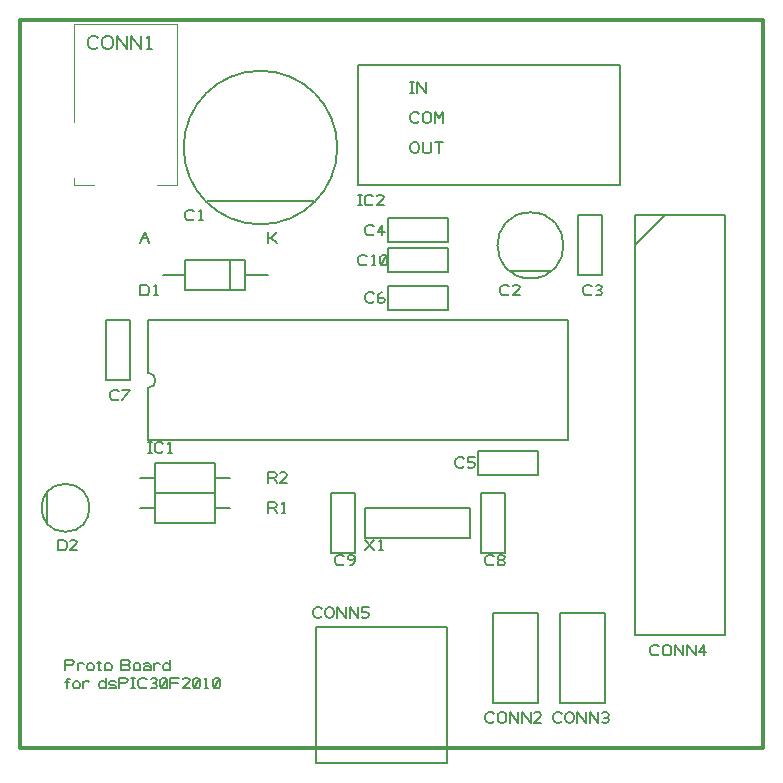
<source format=gbr>
G04 GENERATED BY PULSONIX 3.1 GERBER.DLL 1871*
%INDSPIC*%
%FSLAX23Y23*%
%IPPOS*%
%LPD*%
%OFA0B0*%
%MOIN*%
%ADD10C,0.008*%
%ADD11C,0.005*%
%ADD13C,0.012*%
%ADD191C,0.001*%
%ADD192C,0.006*%
%LNSILKSCREEN TOP*%
X0Y0D02*
D02*
D10*
X96Y905D02*
Y805D01*
X156Y775D02*
G75*
G03Y935J80D01*
G01*
G75*
G03Y775J-80*
G01*
X406Y855D02*
X456D01*
X406Y955D02*
X456D01*
Y905D02*
X656D01*
Y805*
X456*
Y905*
X481Y1630D02*
X556D01*
Y1680D02*
X756D01*
Y1580*
X556*
Y1680*
X629Y1879D02*
X983D01*
X656Y905D02*
X456D01*
Y1005*
X656*
Y905*
X706Y855D02*
X656D01*
X706Y955D02*
X656D01*
X706Y1680D02*
Y1580D01*
X756Y1630D02*
X831D01*
X806Y2312D02*
G75*
G03Y1800J-256D01*
G01*
G75*
G03Y2312J256*
G01*
X1429Y4D02*
X992D01*
Y458*
X1429*
Y4*
X1506Y755D02*
X1156D01*
Y855*
X1506*
Y755*
X1706Y1840D02*
G75*
G03Y1620J-110D01*
G01*
G75*
G03Y1840J110*
G01*
X1771Y1645D02*
X1641D01*
X1831Y1480D02*
X431D01*
Y1305*
G75*
G02Y1255J-25*
G01*
Y1080*
X1831*
Y1480*
X2006Y2330D02*
X1131D01*
Y1930*
X2006*
Y2330*
X2156Y1830D02*
X2056Y1730D01*
D02*
D11*
X131Y713D02*
Y749D01*
X149*
X155Y746*
X157Y743*
X160Y737*
Y725*
X157Y719*
X155Y716*
X149Y713*
X131*
X195D02*
X172D01*
X192Y734*
X195Y740*
X192Y746*
X186Y749*
X177*
X172Y746*
X156Y313D02*
Y349D01*
X177*
X182Y346*
X185Y340*
X182Y334*
X177Y331*
X156*
X197Y313D02*
Y337D01*
Y328D02*
X199Y334D01*
X205Y337*
X211*
X217Y334*
X228Y322D02*
X230Y316D01*
X236Y313*
X242*
X248Y316*
X251Y322*
Y328*
X248Y334*
X242Y337*
X236*
X230Y334*
X228Y328*
Y322*
X262Y337D02*
X273D01*
X267Y343D02*
Y316D01*
X270Y313*
X273*
X276Y316*
X287Y322D02*
X289Y316D01*
X295Y313*
X301*
X307Y316*
X310Y322*
Y328*
X307Y334*
X301Y337*
X295*
X289Y334*
X287Y328*
Y322*
X363Y331D02*
X368Y328D01*
X371Y322*
X368Y316*
X363Y313*
X342*
Y349*
X363*
X368Y346*
X371Y340*
X368Y334*
X363Y331*
X342*
X383Y322D02*
X385Y316D01*
X391Y313*
X397*
X403Y316*
X406Y322*
Y328*
X403Y334*
X397Y337*
X391*
X385Y334*
X383Y328*
Y322*
X417Y334D02*
X422Y337D01*
X431*
X437Y334*
X440Y328*
Y319*
X437Y316*
X431Y313*
X425*
X419Y316*
X417Y319*
Y322*
X419Y325*
X425Y328*
X431*
X437Y325*
X440Y322*
Y319D02*
Y313D01*
X451D02*
Y337D01*
Y328D02*
X453Y334D01*
X459Y337*
X465*
X471Y334*
X505Y328D02*
X502Y334D01*
X496Y337*
X490*
X484Y334*
X482Y328*
Y322*
X484Y316*
X490Y313*
X496*
X502Y316*
X505Y322*
Y313D02*
Y349D01*
X162Y253D02*
Y283D01*
X165Y286*
X168*
X171Y283*
X156Y274D02*
X168D01*
X181Y262D02*
X184Y256D01*
X190Y253*
X196*
X202Y256*
X205Y262*
Y268*
X202Y274*
X196Y277*
X190*
X184Y274*
X181Y268*
Y262*
X215Y253D02*
Y277D01*
Y268D02*
X218Y274D01*
X224Y277*
X230*
X236Y274*
X291Y268D02*
X288Y274D01*
X282Y277*
X276*
X270Y274*
X268Y268*
Y262*
X270Y256*
X276Y253*
X282*
X288Y256*
X291Y262*
Y253D02*
Y289D01*
X302Y256D02*
X307Y253D01*
X319*
X325Y256*
Y262*
X319Y265*
X307*
X302Y268*
Y274*
X307Y277*
X319*
X325Y274*
X336Y253D02*
Y289D01*
X356*
X362Y286*
X365Y280*
X362Y274*
X356Y271*
X336*
X376Y253D02*
X388D01*
X382D02*
Y289D01*
X376D02*
X388D01*
X427Y259D02*
X424Y256D01*
X418Y253*
X409*
X403Y256*
X400Y259*
X398Y265*
Y277*
X400Y283*
X403Y286*
X409Y289*
X418*
X424Y286*
X427Y283*
X441Y256D02*
X447Y253D01*
X453*
X459Y256*
X462Y262*
X459Y268*
X453Y271*
X447*
X453D02*
X459Y274D01*
X462Y280*
X459Y286*
X453Y289*
X447*
X441Y286*
X475Y256D02*
X481Y253D01*
X487*
X493Y256*
X496Y262*
Y280*
X493Y286*
X487Y289*
X481*
X475Y286*
X472Y280*
Y262*
X475Y256*
X493Y286*
X506Y253D02*
Y289D01*
X535*
X530Y271D02*
X506D01*
X570Y253D02*
X547D01*
X567Y274*
X570Y280*
X567Y286*
X561Y289*
X552*
X547Y286*
X583Y256D02*
X589Y253D01*
X595*
X601Y256*
X604Y262*
Y280*
X601Y286*
X595Y289*
X589*
X583Y286*
X581Y280*
Y262*
X583Y256*
X601Y286*
X620Y253D02*
X632D01*
X626D02*
Y289D01*
X620Y283*
X651Y256D02*
X657Y253D01*
X663*
X669Y256*
X672Y262*
Y280*
X669Y286*
X663Y289*
X657*
X651Y286*
X649Y280*
Y262*
X651Y256*
X669Y286*
X335Y1219D02*
X332Y1216D01*
X327Y1213*
X318*
X312Y1216*
X309Y1219*
X306Y1225*
Y1237*
X309Y1243*
X312Y1246*
X318Y1249*
X327*
X332Y1246*
X335Y1243*
X346Y1213D02*
X370Y1249D01*
X346*
X371Y1280D02*
Y1480D01*
X291*
Y1280*
X371*
X406Y1563D02*
Y1599D01*
X424*
X430Y1596*
X432Y1593*
X435Y1587*
Y1575*
X432Y1569*
X430Y1566*
X424Y1563*
X406*
X452D02*
X464D01*
X458D02*
Y1599D01*
X452Y1593*
X406Y1738D02*
X421Y1774D01*
X435Y1738*
X412Y1753D02*
X430D01*
X431Y1038D02*
X443D01*
X437D02*
Y1074D01*
X431D02*
X443D01*
X482Y1044D02*
X479Y1041D01*
X473Y1038*
X464*
X458Y1041*
X455Y1044*
X453Y1050*
Y1062*
X455Y1068*
X458Y1071*
X464Y1074*
X473*
X479Y1071*
X482Y1068*
X499Y1038D02*
X511D01*
X505D02*
Y1074D01*
X499Y1068*
X585Y1819D02*
X582Y1816D01*
X577Y1813*
X568*
X562Y1816*
X559Y1819*
X556Y1825*
Y1837*
X559Y1843*
X562Y1846*
X568Y1849*
X577*
X582Y1846*
X585Y1843*
X602Y1813D02*
X614D01*
X608D02*
Y1849D01*
X602Y1843*
X831Y838D02*
Y874D01*
X852*
X857Y871*
X860Y865*
X857Y859*
X852Y856*
X831*
X852D02*
X860Y838D01*
X877D02*
X889D01*
X883D02*
Y874D01*
X877Y868*
X831Y938D02*
Y974D01*
X852*
X857Y971*
X860Y965*
X857Y959*
X852Y956*
X831*
X852D02*
X860Y938D01*
X895D02*
X872D01*
X892Y959*
X895Y965*
X892Y971*
X886Y974*
X877*
X872Y971*
X831Y1738D02*
Y1774D01*
Y1756D02*
X840D01*
X860Y1774*
X840Y1756D02*
X860Y1738D01*
X1010Y494D02*
X1007Y491D01*
X1002Y488*
X993*
X987Y491*
X984Y494*
X981Y500*
Y512*
X984Y518*
X987Y521*
X993Y524*
X1002*
X1007Y521*
X1010Y518*
X1022Y500D02*
Y512D01*
X1024Y518*
X1027Y521*
X1033Y524*
X1039*
X1045Y521*
X1048Y518*
X1051Y512*
Y500*
X1048Y494*
X1045Y491*
X1039Y488*
X1033*
X1027Y491*
X1024Y494*
X1022Y500*
X1062Y488D02*
Y524D01*
X1091Y488*
Y524*
X1103Y488D02*
Y524D01*
X1132Y488*
Y524*
X1143Y491D02*
X1149Y488D01*
X1158*
X1164Y491*
X1167Y497*
Y500*
X1164Y506*
X1158Y509*
X1143*
Y524*
X1167*
X1041Y905D02*
Y705D01*
X1121*
Y905*
X1041*
X1085Y669D02*
X1082Y666D01*
X1077Y663*
X1068*
X1062Y666*
X1059Y669*
X1056Y675*
Y687*
X1059Y693*
X1062Y696*
X1068Y699*
X1077*
X1082Y696*
X1085Y693*
X1105Y663D02*
X1111Y666D01*
X1117Y672*
X1120Y681*
Y690*
X1117Y696*
X1111Y699*
X1105*
X1099Y696*
X1097Y690*
X1099Y684*
X1105Y681*
X1111*
X1117Y684*
X1120Y690*
X1160Y1669D02*
X1157Y1666D01*
X1152Y1663*
X1143*
X1137Y1666*
X1134Y1669*
X1131Y1675*
Y1687*
X1134Y1693*
X1137Y1696*
X1143Y1699*
X1152*
X1157Y1696*
X1160Y1693*
X1177Y1663D02*
X1189D01*
X1183D02*
Y1699D01*
X1177Y1693*
X1208Y1666D02*
X1214Y1663D01*
X1220*
X1226Y1666*
X1229Y1672*
Y1690*
X1226Y1696*
X1220Y1699*
X1214*
X1208Y1696*
X1206Y1690*
Y1672*
X1208Y1666*
X1226Y1696*
X1131Y1863D02*
X1143D01*
X1137D02*
Y1899D01*
X1131D02*
X1143D01*
X1182Y1869D02*
X1179Y1866D01*
X1173Y1863*
X1164*
X1158Y1866*
X1155Y1869*
X1153Y1875*
Y1887*
X1155Y1893*
X1158Y1896*
X1164Y1899*
X1173*
X1179Y1896*
X1182Y1893*
X1217Y1863D02*
X1193D01*
X1214Y1884*
X1217Y1890*
X1214Y1896*
X1208Y1899*
X1199*
X1193Y1896*
X1156Y713D02*
X1185Y749D01*
X1156D02*
X1185Y713D01*
X1202D02*
X1214D01*
X1208D02*
Y749D01*
X1202Y743*
X1185Y1544D02*
X1182Y1541D01*
X1177Y1538*
X1168*
X1162Y1541*
X1159Y1544*
X1156Y1550*
Y1562*
X1159Y1568*
X1162Y1571*
X1168Y1574*
X1177*
X1182Y1571*
X1185Y1568*
X1197Y1547D02*
X1199Y1553D01*
X1205Y1556*
X1211*
X1217Y1553*
X1220Y1547*
X1217Y1541*
X1211Y1538*
X1205*
X1199Y1541*
X1197Y1547*
Y1556*
X1199Y1565*
X1205Y1571*
X1211Y1574*
X1185Y1769D02*
X1182Y1766D01*
X1177Y1763*
X1168*
X1162Y1766*
X1159Y1769*
X1156Y1775*
Y1787*
X1159Y1793*
X1162Y1796*
X1168Y1799*
X1177*
X1182Y1796*
X1185Y1793*
X1211Y1763D02*
Y1799D01*
X1197Y1775*
X1220*
X1231Y1640D02*
X1431D01*
Y1720*
X1231*
Y1640*
Y1740D02*
X1431D01*
Y1820*
X1231*
Y1740*
X1306Y2050D02*
Y2062D01*
X1309Y2068*
X1312Y2071*
X1318Y2074*
X1324*
X1330Y2071*
X1332Y2068*
X1335Y2062*
Y2050*
X1332Y2044*
X1330Y2041*
X1324Y2038*
X1318*
X1312Y2041*
X1309Y2044*
X1306Y2050*
X1347Y2074D02*
Y2047D01*
X1349Y2041*
X1355Y2038*
X1367*
X1373Y2041*
X1376Y2047*
Y2074*
X1402Y2038D02*
Y2074D01*
X1387D02*
X1416D01*
X1335Y2144D02*
X1332Y2141D01*
X1327Y2138*
X1318*
X1312Y2141*
X1309Y2144*
X1306Y2150*
Y2162*
X1309Y2168*
X1312Y2171*
X1318Y2174*
X1327*
X1332Y2171*
X1335Y2168*
X1347Y2150D02*
Y2162D01*
X1349Y2168*
X1352Y2171*
X1358Y2174*
X1364*
X1370Y2171*
X1373Y2168*
X1376Y2162*
Y2150*
X1373Y2144*
X1370Y2141*
X1364Y2138*
X1358*
X1352Y2141*
X1349Y2144*
X1347Y2150*
X1387Y2138D02*
Y2174D01*
X1402Y2156*
X1416Y2174*
Y2138*
X1306Y2238D02*
X1318D01*
X1312D02*
Y2274D01*
X1306D02*
X1318D01*
X1328Y2238D02*
Y2274D01*
X1357Y2238*
Y2274*
X1431Y1595D02*
X1231D01*
Y1515*
X1431*
Y1595*
X1485Y994D02*
X1482Y991D01*
X1477Y988*
X1468*
X1462Y991*
X1459Y994*
X1456Y1000*
Y1012*
X1459Y1018*
X1462Y1021*
X1468Y1024*
X1477*
X1482Y1021*
X1485Y1018*
X1497Y991D02*
X1502Y988D01*
X1511*
X1517Y991*
X1520Y997*
Y1000*
X1517Y1006*
X1511Y1009*
X1497*
Y1024*
X1520*
X1531Y965D02*
X1731D01*
Y1045*
X1531*
Y965*
X1541Y905D02*
Y705D01*
X1621*
Y905*
X1541*
X1585Y144D02*
X1582Y141D01*
X1577Y138*
X1568*
X1562Y141*
X1559Y144*
X1556Y150*
Y162*
X1559Y168*
X1562Y171*
X1568Y174*
X1577*
X1582Y171*
X1585Y168*
X1597Y150D02*
Y162D01*
X1599Y168*
X1602Y171*
X1608Y174*
X1614*
X1620Y171*
X1623Y168*
X1626Y162*
Y150*
X1623Y144*
X1620Y141*
X1614Y138*
X1608*
X1602Y141*
X1599Y144*
X1597Y150*
X1637Y138D02*
Y174D01*
X1666Y138*
Y174*
X1678Y138D02*
Y174D01*
X1707Y138*
Y174*
X1742Y138D02*
X1718D01*
X1739Y159*
X1742Y165*
X1739Y171*
X1733Y174*
X1724*
X1718Y171*
X1585Y669D02*
X1582Y666D01*
X1577Y663*
X1568*
X1562Y666*
X1559Y669*
X1556Y675*
Y687*
X1559Y693*
X1562Y696*
X1568Y699*
X1577*
X1582Y696*
X1585Y693*
X1605Y681D02*
X1611D01*
X1617Y684*
X1620Y690*
X1617Y696*
X1611Y699*
X1605*
X1599Y696*
X1597Y690*
X1599Y684*
X1605Y681*
X1599Y678*
X1597Y672*
X1599Y666*
X1605Y663*
X1611*
X1617Y666*
X1620Y672*
X1617Y678*
X1611Y681*
X1581Y205D02*
X1731D01*
Y505*
X1581*
Y205*
X1635Y1569D02*
X1632Y1566D01*
X1627Y1563*
X1618*
X1612Y1566*
X1609Y1569*
X1606Y1575*
Y1587*
X1609Y1593*
X1612Y1596*
X1618Y1599*
X1627*
X1632Y1596*
X1635Y1593*
X1670Y1563D02*
X1647D01*
X1667Y1584*
X1670Y1590*
X1667Y1596*
X1661Y1599*
X1652*
X1647Y1596*
X1810Y144D02*
X1807Y141D01*
X1802Y138*
X1793*
X1787Y141*
X1784Y144*
X1781Y150*
Y162*
X1784Y168*
X1787Y171*
X1793Y174*
X1802*
X1807Y171*
X1810Y168*
X1822Y150D02*
Y162D01*
X1824Y168*
X1827Y171*
X1833Y174*
X1839*
X1845Y171*
X1848Y168*
X1851Y162*
Y150*
X1848Y144*
X1845Y141*
X1839Y138*
X1833*
X1827Y141*
X1824Y144*
X1822Y150*
X1862Y138D02*
Y174D01*
X1891Y138*
Y174*
X1903Y138D02*
Y174D01*
X1932Y138*
Y174*
X1946Y141D02*
X1952Y138D01*
X1958*
X1964Y141*
X1967Y147*
X1964Y153*
X1958Y156*
X1952*
X1958D02*
X1964Y159D01*
X1967Y165*
X1964Y171*
X1958Y174*
X1952*
X1946Y171*
X1806Y205D02*
X1956D01*
Y505*
X1806*
Y205*
X1910Y1569D02*
X1907Y1566D01*
X1902Y1563*
X1893*
X1887Y1566*
X1884Y1569*
X1881Y1575*
Y1587*
X1884Y1593*
X1887Y1596*
X1893Y1599*
X1902*
X1907Y1596*
X1910Y1593*
X1924Y1566D02*
X1930Y1563D01*
X1936*
X1942Y1566*
X1945Y1572*
X1942Y1578*
X1936Y1581*
X1930*
X1936D02*
X1942Y1584D01*
X1945Y1590*
X1942Y1596*
X1936Y1599*
X1930*
X1924Y1596*
X1946Y1630D02*
Y1830D01*
X1866*
Y1630*
X1946*
X2135Y369D02*
X2132Y366D01*
X2127Y363*
X2118*
X2112Y366*
X2109Y369*
X2106Y375*
Y387*
X2109Y393*
X2112Y396*
X2118Y399*
X2127*
X2132Y396*
X2135Y393*
X2147Y375D02*
Y387D01*
X2149Y393*
X2152Y396*
X2158Y399*
X2164*
X2170Y396*
X2173Y393*
X2176Y387*
Y375*
X2173Y369*
X2170Y366*
X2164Y363*
X2158*
X2152Y366*
X2149Y369*
X2147Y375*
X2187Y363D02*
Y399D01*
X2216Y363*
Y399*
X2228Y363D02*
Y399D01*
X2257Y363*
Y399*
X2283Y363D02*
Y399D01*
X2268Y375*
X2292*
X2356Y1830D02*
X2056D01*
Y430*
X2356*
Y1830*
D02*
D13*
X6Y2480D02*
X2481D01*
Y55*
X6*
Y2480*
D02*
D191*
X183Y2142D02*
Y2469D01*
X529*
Y1930*
X462*
X250D02*
X183D01*
Y1953*
D02*
D192*
X266Y2392D02*
X262Y2389D01*
X255Y2385*
X245*
X238Y2389*
X234Y2392*
X231Y2399*
Y2413*
X234Y2420*
X238Y2424*
X245Y2427*
X255*
X262Y2424*
X266Y2420*
X279Y2399D02*
Y2413D01*
X282Y2420*
X286Y2424*
X293Y2427*
X300*
X307Y2424*
X310Y2420*
X314Y2413*
Y2399*
X310Y2392*
X307Y2389*
X300Y2385*
X293*
X286Y2389*
X282Y2392*
X279Y2399*
X327Y2385D02*
Y2427D01*
X361Y2385*
Y2427*
X375Y2385D02*
Y2427D01*
X409Y2385*
Y2427*
X429Y2385D02*
X443D01*
X436D02*
Y2427D01*
X429Y2420*
X0Y0D02*
M02*

</source>
